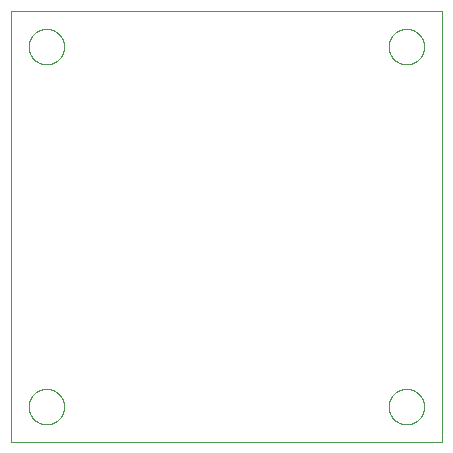
<source format=gbr>
G04 EAGLE Gerber RS-274X export*
G75*
%MOMM*%
%FSLAX34Y34*%
%LPD*%
%IN*%
%IPPOS*%
%AMOC8*
5,1,8,0,0,1.08239X$1,22.5*%
G01*
%ADD10C,0.025400*%
%ADD11C,0.000000*%


D10*
X0Y0D02*
X364800Y0D01*
X364800Y364800D01*
X0Y364800D01*
X0Y0D01*
D11*
X15000Y30000D02*
X15005Y30368D01*
X15018Y30736D01*
X15041Y31103D01*
X15072Y31470D01*
X15113Y31836D01*
X15162Y32201D01*
X15221Y32564D01*
X15288Y32926D01*
X15364Y33287D01*
X15450Y33645D01*
X15543Y34001D01*
X15646Y34354D01*
X15757Y34705D01*
X15877Y35053D01*
X16005Y35398D01*
X16142Y35740D01*
X16287Y36079D01*
X16440Y36413D01*
X16602Y36744D01*
X16771Y37071D01*
X16949Y37393D01*
X17134Y37712D01*
X17327Y38025D01*
X17528Y38334D01*
X17736Y38637D01*
X17952Y38935D01*
X18175Y39228D01*
X18405Y39516D01*
X18642Y39798D01*
X18886Y40073D01*
X19136Y40343D01*
X19393Y40607D01*
X19657Y40864D01*
X19927Y41114D01*
X20202Y41358D01*
X20484Y41595D01*
X20772Y41825D01*
X21065Y42048D01*
X21363Y42264D01*
X21666Y42472D01*
X21975Y42673D01*
X22288Y42866D01*
X22607Y43051D01*
X22929Y43229D01*
X23256Y43398D01*
X23587Y43560D01*
X23921Y43713D01*
X24260Y43858D01*
X24602Y43995D01*
X24947Y44123D01*
X25295Y44243D01*
X25646Y44354D01*
X25999Y44457D01*
X26355Y44550D01*
X26713Y44636D01*
X27074Y44712D01*
X27436Y44779D01*
X27799Y44838D01*
X28164Y44887D01*
X28530Y44928D01*
X28897Y44959D01*
X29264Y44982D01*
X29632Y44995D01*
X30000Y45000D01*
X30368Y44995D01*
X30736Y44982D01*
X31103Y44959D01*
X31470Y44928D01*
X31836Y44887D01*
X32201Y44838D01*
X32564Y44779D01*
X32926Y44712D01*
X33287Y44636D01*
X33645Y44550D01*
X34001Y44457D01*
X34354Y44354D01*
X34705Y44243D01*
X35053Y44123D01*
X35398Y43995D01*
X35740Y43858D01*
X36079Y43713D01*
X36413Y43560D01*
X36744Y43398D01*
X37071Y43229D01*
X37393Y43051D01*
X37712Y42866D01*
X38025Y42673D01*
X38334Y42472D01*
X38637Y42264D01*
X38935Y42048D01*
X39228Y41825D01*
X39516Y41595D01*
X39798Y41358D01*
X40073Y41114D01*
X40343Y40864D01*
X40607Y40607D01*
X40864Y40343D01*
X41114Y40073D01*
X41358Y39798D01*
X41595Y39516D01*
X41825Y39228D01*
X42048Y38935D01*
X42264Y38637D01*
X42472Y38334D01*
X42673Y38025D01*
X42866Y37712D01*
X43051Y37393D01*
X43229Y37071D01*
X43398Y36744D01*
X43560Y36413D01*
X43713Y36079D01*
X43858Y35740D01*
X43995Y35398D01*
X44123Y35053D01*
X44243Y34705D01*
X44354Y34354D01*
X44457Y34001D01*
X44550Y33645D01*
X44636Y33287D01*
X44712Y32926D01*
X44779Y32564D01*
X44838Y32201D01*
X44887Y31836D01*
X44928Y31470D01*
X44959Y31103D01*
X44982Y30736D01*
X44995Y30368D01*
X45000Y30000D01*
X44995Y29632D01*
X44982Y29264D01*
X44959Y28897D01*
X44928Y28530D01*
X44887Y28164D01*
X44838Y27799D01*
X44779Y27436D01*
X44712Y27074D01*
X44636Y26713D01*
X44550Y26355D01*
X44457Y25999D01*
X44354Y25646D01*
X44243Y25295D01*
X44123Y24947D01*
X43995Y24602D01*
X43858Y24260D01*
X43713Y23921D01*
X43560Y23587D01*
X43398Y23256D01*
X43229Y22929D01*
X43051Y22607D01*
X42866Y22288D01*
X42673Y21975D01*
X42472Y21666D01*
X42264Y21363D01*
X42048Y21065D01*
X41825Y20772D01*
X41595Y20484D01*
X41358Y20202D01*
X41114Y19927D01*
X40864Y19657D01*
X40607Y19393D01*
X40343Y19136D01*
X40073Y18886D01*
X39798Y18642D01*
X39516Y18405D01*
X39228Y18175D01*
X38935Y17952D01*
X38637Y17736D01*
X38334Y17528D01*
X38025Y17327D01*
X37712Y17134D01*
X37393Y16949D01*
X37071Y16771D01*
X36744Y16602D01*
X36413Y16440D01*
X36079Y16287D01*
X35740Y16142D01*
X35398Y16005D01*
X35053Y15877D01*
X34705Y15757D01*
X34354Y15646D01*
X34001Y15543D01*
X33645Y15450D01*
X33287Y15364D01*
X32926Y15288D01*
X32564Y15221D01*
X32201Y15162D01*
X31836Y15113D01*
X31470Y15072D01*
X31103Y15041D01*
X30736Y15018D01*
X30368Y15005D01*
X30000Y15000D01*
X29632Y15005D01*
X29264Y15018D01*
X28897Y15041D01*
X28530Y15072D01*
X28164Y15113D01*
X27799Y15162D01*
X27436Y15221D01*
X27074Y15288D01*
X26713Y15364D01*
X26355Y15450D01*
X25999Y15543D01*
X25646Y15646D01*
X25295Y15757D01*
X24947Y15877D01*
X24602Y16005D01*
X24260Y16142D01*
X23921Y16287D01*
X23587Y16440D01*
X23256Y16602D01*
X22929Y16771D01*
X22607Y16949D01*
X22288Y17134D01*
X21975Y17327D01*
X21666Y17528D01*
X21363Y17736D01*
X21065Y17952D01*
X20772Y18175D01*
X20484Y18405D01*
X20202Y18642D01*
X19927Y18886D01*
X19657Y19136D01*
X19393Y19393D01*
X19136Y19657D01*
X18886Y19927D01*
X18642Y20202D01*
X18405Y20484D01*
X18175Y20772D01*
X17952Y21065D01*
X17736Y21363D01*
X17528Y21666D01*
X17327Y21975D01*
X17134Y22288D01*
X16949Y22607D01*
X16771Y22929D01*
X16602Y23256D01*
X16440Y23587D01*
X16287Y23921D01*
X16142Y24260D01*
X16005Y24602D01*
X15877Y24947D01*
X15757Y25295D01*
X15646Y25646D01*
X15543Y25999D01*
X15450Y26355D01*
X15364Y26713D01*
X15288Y27074D01*
X15221Y27436D01*
X15162Y27799D01*
X15113Y28164D01*
X15072Y28530D01*
X15041Y28897D01*
X15018Y29264D01*
X15005Y29632D01*
X15000Y30000D01*
X319800Y30000D02*
X319805Y30368D01*
X319818Y30736D01*
X319841Y31103D01*
X319872Y31470D01*
X319913Y31836D01*
X319962Y32201D01*
X320021Y32564D01*
X320088Y32926D01*
X320164Y33287D01*
X320250Y33645D01*
X320343Y34001D01*
X320446Y34354D01*
X320557Y34705D01*
X320677Y35053D01*
X320805Y35398D01*
X320942Y35740D01*
X321087Y36079D01*
X321240Y36413D01*
X321402Y36744D01*
X321571Y37071D01*
X321749Y37393D01*
X321934Y37712D01*
X322127Y38025D01*
X322328Y38334D01*
X322536Y38637D01*
X322752Y38935D01*
X322975Y39228D01*
X323205Y39516D01*
X323442Y39798D01*
X323686Y40073D01*
X323936Y40343D01*
X324193Y40607D01*
X324457Y40864D01*
X324727Y41114D01*
X325002Y41358D01*
X325284Y41595D01*
X325572Y41825D01*
X325865Y42048D01*
X326163Y42264D01*
X326466Y42472D01*
X326775Y42673D01*
X327088Y42866D01*
X327407Y43051D01*
X327729Y43229D01*
X328056Y43398D01*
X328387Y43560D01*
X328721Y43713D01*
X329060Y43858D01*
X329402Y43995D01*
X329747Y44123D01*
X330095Y44243D01*
X330446Y44354D01*
X330799Y44457D01*
X331155Y44550D01*
X331513Y44636D01*
X331874Y44712D01*
X332236Y44779D01*
X332599Y44838D01*
X332964Y44887D01*
X333330Y44928D01*
X333697Y44959D01*
X334064Y44982D01*
X334432Y44995D01*
X334800Y45000D01*
X335168Y44995D01*
X335536Y44982D01*
X335903Y44959D01*
X336270Y44928D01*
X336636Y44887D01*
X337001Y44838D01*
X337364Y44779D01*
X337726Y44712D01*
X338087Y44636D01*
X338445Y44550D01*
X338801Y44457D01*
X339154Y44354D01*
X339505Y44243D01*
X339853Y44123D01*
X340198Y43995D01*
X340540Y43858D01*
X340879Y43713D01*
X341213Y43560D01*
X341544Y43398D01*
X341871Y43229D01*
X342193Y43051D01*
X342512Y42866D01*
X342825Y42673D01*
X343134Y42472D01*
X343437Y42264D01*
X343735Y42048D01*
X344028Y41825D01*
X344316Y41595D01*
X344598Y41358D01*
X344873Y41114D01*
X345143Y40864D01*
X345407Y40607D01*
X345664Y40343D01*
X345914Y40073D01*
X346158Y39798D01*
X346395Y39516D01*
X346625Y39228D01*
X346848Y38935D01*
X347064Y38637D01*
X347272Y38334D01*
X347473Y38025D01*
X347666Y37712D01*
X347851Y37393D01*
X348029Y37071D01*
X348198Y36744D01*
X348360Y36413D01*
X348513Y36079D01*
X348658Y35740D01*
X348795Y35398D01*
X348923Y35053D01*
X349043Y34705D01*
X349154Y34354D01*
X349257Y34001D01*
X349350Y33645D01*
X349436Y33287D01*
X349512Y32926D01*
X349579Y32564D01*
X349638Y32201D01*
X349687Y31836D01*
X349728Y31470D01*
X349759Y31103D01*
X349782Y30736D01*
X349795Y30368D01*
X349800Y30000D01*
X349795Y29632D01*
X349782Y29264D01*
X349759Y28897D01*
X349728Y28530D01*
X349687Y28164D01*
X349638Y27799D01*
X349579Y27436D01*
X349512Y27074D01*
X349436Y26713D01*
X349350Y26355D01*
X349257Y25999D01*
X349154Y25646D01*
X349043Y25295D01*
X348923Y24947D01*
X348795Y24602D01*
X348658Y24260D01*
X348513Y23921D01*
X348360Y23587D01*
X348198Y23256D01*
X348029Y22929D01*
X347851Y22607D01*
X347666Y22288D01*
X347473Y21975D01*
X347272Y21666D01*
X347064Y21363D01*
X346848Y21065D01*
X346625Y20772D01*
X346395Y20484D01*
X346158Y20202D01*
X345914Y19927D01*
X345664Y19657D01*
X345407Y19393D01*
X345143Y19136D01*
X344873Y18886D01*
X344598Y18642D01*
X344316Y18405D01*
X344028Y18175D01*
X343735Y17952D01*
X343437Y17736D01*
X343134Y17528D01*
X342825Y17327D01*
X342512Y17134D01*
X342193Y16949D01*
X341871Y16771D01*
X341544Y16602D01*
X341213Y16440D01*
X340879Y16287D01*
X340540Y16142D01*
X340198Y16005D01*
X339853Y15877D01*
X339505Y15757D01*
X339154Y15646D01*
X338801Y15543D01*
X338445Y15450D01*
X338087Y15364D01*
X337726Y15288D01*
X337364Y15221D01*
X337001Y15162D01*
X336636Y15113D01*
X336270Y15072D01*
X335903Y15041D01*
X335536Y15018D01*
X335168Y15005D01*
X334800Y15000D01*
X334432Y15005D01*
X334064Y15018D01*
X333697Y15041D01*
X333330Y15072D01*
X332964Y15113D01*
X332599Y15162D01*
X332236Y15221D01*
X331874Y15288D01*
X331513Y15364D01*
X331155Y15450D01*
X330799Y15543D01*
X330446Y15646D01*
X330095Y15757D01*
X329747Y15877D01*
X329402Y16005D01*
X329060Y16142D01*
X328721Y16287D01*
X328387Y16440D01*
X328056Y16602D01*
X327729Y16771D01*
X327407Y16949D01*
X327088Y17134D01*
X326775Y17327D01*
X326466Y17528D01*
X326163Y17736D01*
X325865Y17952D01*
X325572Y18175D01*
X325284Y18405D01*
X325002Y18642D01*
X324727Y18886D01*
X324457Y19136D01*
X324193Y19393D01*
X323936Y19657D01*
X323686Y19927D01*
X323442Y20202D01*
X323205Y20484D01*
X322975Y20772D01*
X322752Y21065D01*
X322536Y21363D01*
X322328Y21666D01*
X322127Y21975D01*
X321934Y22288D01*
X321749Y22607D01*
X321571Y22929D01*
X321402Y23256D01*
X321240Y23587D01*
X321087Y23921D01*
X320942Y24260D01*
X320805Y24602D01*
X320677Y24947D01*
X320557Y25295D01*
X320446Y25646D01*
X320343Y25999D01*
X320250Y26355D01*
X320164Y26713D01*
X320088Y27074D01*
X320021Y27436D01*
X319962Y27799D01*
X319913Y28164D01*
X319872Y28530D01*
X319841Y28897D01*
X319818Y29264D01*
X319805Y29632D01*
X319800Y30000D01*
X15000Y334800D02*
X15005Y335168D01*
X15018Y335536D01*
X15041Y335903D01*
X15072Y336270D01*
X15113Y336636D01*
X15162Y337001D01*
X15221Y337364D01*
X15288Y337726D01*
X15364Y338087D01*
X15450Y338445D01*
X15543Y338801D01*
X15646Y339154D01*
X15757Y339505D01*
X15877Y339853D01*
X16005Y340198D01*
X16142Y340540D01*
X16287Y340879D01*
X16440Y341213D01*
X16602Y341544D01*
X16771Y341871D01*
X16949Y342193D01*
X17134Y342512D01*
X17327Y342825D01*
X17528Y343134D01*
X17736Y343437D01*
X17952Y343735D01*
X18175Y344028D01*
X18405Y344316D01*
X18642Y344598D01*
X18886Y344873D01*
X19136Y345143D01*
X19393Y345407D01*
X19657Y345664D01*
X19927Y345914D01*
X20202Y346158D01*
X20484Y346395D01*
X20772Y346625D01*
X21065Y346848D01*
X21363Y347064D01*
X21666Y347272D01*
X21975Y347473D01*
X22288Y347666D01*
X22607Y347851D01*
X22929Y348029D01*
X23256Y348198D01*
X23587Y348360D01*
X23921Y348513D01*
X24260Y348658D01*
X24602Y348795D01*
X24947Y348923D01*
X25295Y349043D01*
X25646Y349154D01*
X25999Y349257D01*
X26355Y349350D01*
X26713Y349436D01*
X27074Y349512D01*
X27436Y349579D01*
X27799Y349638D01*
X28164Y349687D01*
X28530Y349728D01*
X28897Y349759D01*
X29264Y349782D01*
X29632Y349795D01*
X30000Y349800D01*
X30368Y349795D01*
X30736Y349782D01*
X31103Y349759D01*
X31470Y349728D01*
X31836Y349687D01*
X32201Y349638D01*
X32564Y349579D01*
X32926Y349512D01*
X33287Y349436D01*
X33645Y349350D01*
X34001Y349257D01*
X34354Y349154D01*
X34705Y349043D01*
X35053Y348923D01*
X35398Y348795D01*
X35740Y348658D01*
X36079Y348513D01*
X36413Y348360D01*
X36744Y348198D01*
X37071Y348029D01*
X37393Y347851D01*
X37712Y347666D01*
X38025Y347473D01*
X38334Y347272D01*
X38637Y347064D01*
X38935Y346848D01*
X39228Y346625D01*
X39516Y346395D01*
X39798Y346158D01*
X40073Y345914D01*
X40343Y345664D01*
X40607Y345407D01*
X40864Y345143D01*
X41114Y344873D01*
X41358Y344598D01*
X41595Y344316D01*
X41825Y344028D01*
X42048Y343735D01*
X42264Y343437D01*
X42472Y343134D01*
X42673Y342825D01*
X42866Y342512D01*
X43051Y342193D01*
X43229Y341871D01*
X43398Y341544D01*
X43560Y341213D01*
X43713Y340879D01*
X43858Y340540D01*
X43995Y340198D01*
X44123Y339853D01*
X44243Y339505D01*
X44354Y339154D01*
X44457Y338801D01*
X44550Y338445D01*
X44636Y338087D01*
X44712Y337726D01*
X44779Y337364D01*
X44838Y337001D01*
X44887Y336636D01*
X44928Y336270D01*
X44959Y335903D01*
X44982Y335536D01*
X44995Y335168D01*
X45000Y334800D01*
X44995Y334432D01*
X44982Y334064D01*
X44959Y333697D01*
X44928Y333330D01*
X44887Y332964D01*
X44838Y332599D01*
X44779Y332236D01*
X44712Y331874D01*
X44636Y331513D01*
X44550Y331155D01*
X44457Y330799D01*
X44354Y330446D01*
X44243Y330095D01*
X44123Y329747D01*
X43995Y329402D01*
X43858Y329060D01*
X43713Y328721D01*
X43560Y328387D01*
X43398Y328056D01*
X43229Y327729D01*
X43051Y327407D01*
X42866Y327088D01*
X42673Y326775D01*
X42472Y326466D01*
X42264Y326163D01*
X42048Y325865D01*
X41825Y325572D01*
X41595Y325284D01*
X41358Y325002D01*
X41114Y324727D01*
X40864Y324457D01*
X40607Y324193D01*
X40343Y323936D01*
X40073Y323686D01*
X39798Y323442D01*
X39516Y323205D01*
X39228Y322975D01*
X38935Y322752D01*
X38637Y322536D01*
X38334Y322328D01*
X38025Y322127D01*
X37712Y321934D01*
X37393Y321749D01*
X37071Y321571D01*
X36744Y321402D01*
X36413Y321240D01*
X36079Y321087D01*
X35740Y320942D01*
X35398Y320805D01*
X35053Y320677D01*
X34705Y320557D01*
X34354Y320446D01*
X34001Y320343D01*
X33645Y320250D01*
X33287Y320164D01*
X32926Y320088D01*
X32564Y320021D01*
X32201Y319962D01*
X31836Y319913D01*
X31470Y319872D01*
X31103Y319841D01*
X30736Y319818D01*
X30368Y319805D01*
X30000Y319800D01*
X29632Y319805D01*
X29264Y319818D01*
X28897Y319841D01*
X28530Y319872D01*
X28164Y319913D01*
X27799Y319962D01*
X27436Y320021D01*
X27074Y320088D01*
X26713Y320164D01*
X26355Y320250D01*
X25999Y320343D01*
X25646Y320446D01*
X25295Y320557D01*
X24947Y320677D01*
X24602Y320805D01*
X24260Y320942D01*
X23921Y321087D01*
X23587Y321240D01*
X23256Y321402D01*
X22929Y321571D01*
X22607Y321749D01*
X22288Y321934D01*
X21975Y322127D01*
X21666Y322328D01*
X21363Y322536D01*
X21065Y322752D01*
X20772Y322975D01*
X20484Y323205D01*
X20202Y323442D01*
X19927Y323686D01*
X19657Y323936D01*
X19393Y324193D01*
X19136Y324457D01*
X18886Y324727D01*
X18642Y325002D01*
X18405Y325284D01*
X18175Y325572D01*
X17952Y325865D01*
X17736Y326163D01*
X17528Y326466D01*
X17327Y326775D01*
X17134Y327088D01*
X16949Y327407D01*
X16771Y327729D01*
X16602Y328056D01*
X16440Y328387D01*
X16287Y328721D01*
X16142Y329060D01*
X16005Y329402D01*
X15877Y329747D01*
X15757Y330095D01*
X15646Y330446D01*
X15543Y330799D01*
X15450Y331155D01*
X15364Y331513D01*
X15288Y331874D01*
X15221Y332236D01*
X15162Y332599D01*
X15113Y332964D01*
X15072Y333330D01*
X15041Y333697D01*
X15018Y334064D01*
X15005Y334432D01*
X15000Y334800D01*
X319800Y334800D02*
X319805Y335168D01*
X319818Y335536D01*
X319841Y335903D01*
X319872Y336270D01*
X319913Y336636D01*
X319962Y337001D01*
X320021Y337364D01*
X320088Y337726D01*
X320164Y338087D01*
X320250Y338445D01*
X320343Y338801D01*
X320446Y339154D01*
X320557Y339505D01*
X320677Y339853D01*
X320805Y340198D01*
X320942Y340540D01*
X321087Y340879D01*
X321240Y341213D01*
X321402Y341544D01*
X321571Y341871D01*
X321749Y342193D01*
X321934Y342512D01*
X322127Y342825D01*
X322328Y343134D01*
X322536Y343437D01*
X322752Y343735D01*
X322975Y344028D01*
X323205Y344316D01*
X323442Y344598D01*
X323686Y344873D01*
X323936Y345143D01*
X324193Y345407D01*
X324457Y345664D01*
X324727Y345914D01*
X325002Y346158D01*
X325284Y346395D01*
X325572Y346625D01*
X325865Y346848D01*
X326163Y347064D01*
X326466Y347272D01*
X326775Y347473D01*
X327088Y347666D01*
X327407Y347851D01*
X327729Y348029D01*
X328056Y348198D01*
X328387Y348360D01*
X328721Y348513D01*
X329060Y348658D01*
X329402Y348795D01*
X329747Y348923D01*
X330095Y349043D01*
X330446Y349154D01*
X330799Y349257D01*
X331155Y349350D01*
X331513Y349436D01*
X331874Y349512D01*
X332236Y349579D01*
X332599Y349638D01*
X332964Y349687D01*
X333330Y349728D01*
X333697Y349759D01*
X334064Y349782D01*
X334432Y349795D01*
X334800Y349800D01*
X335168Y349795D01*
X335536Y349782D01*
X335903Y349759D01*
X336270Y349728D01*
X336636Y349687D01*
X337001Y349638D01*
X337364Y349579D01*
X337726Y349512D01*
X338087Y349436D01*
X338445Y349350D01*
X338801Y349257D01*
X339154Y349154D01*
X339505Y349043D01*
X339853Y348923D01*
X340198Y348795D01*
X340540Y348658D01*
X340879Y348513D01*
X341213Y348360D01*
X341544Y348198D01*
X341871Y348029D01*
X342193Y347851D01*
X342512Y347666D01*
X342825Y347473D01*
X343134Y347272D01*
X343437Y347064D01*
X343735Y346848D01*
X344028Y346625D01*
X344316Y346395D01*
X344598Y346158D01*
X344873Y345914D01*
X345143Y345664D01*
X345407Y345407D01*
X345664Y345143D01*
X345914Y344873D01*
X346158Y344598D01*
X346395Y344316D01*
X346625Y344028D01*
X346848Y343735D01*
X347064Y343437D01*
X347272Y343134D01*
X347473Y342825D01*
X347666Y342512D01*
X347851Y342193D01*
X348029Y341871D01*
X348198Y341544D01*
X348360Y341213D01*
X348513Y340879D01*
X348658Y340540D01*
X348795Y340198D01*
X348923Y339853D01*
X349043Y339505D01*
X349154Y339154D01*
X349257Y338801D01*
X349350Y338445D01*
X349436Y338087D01*
X349512Y337726D01*
X349579Y337364D01*
X349638Y337001D01*
X349687Y336636D01*
X349728Y336270D01*
X349759Y335903D01*
X349782Y335536D01*
X349795Y335168D01*
X349800Y334800D01*
X349795Y334432D01*
X349782Y334064D01*
X349759Y333697D01*
X349728Y333330D01*
X349687Y332964D01*
X349638Y332599D01*
X349579Y332236D01*
X349512Y331874D01*
X349436Y331513D01*
X349350Y331155D01*
X349257Y330799D01*
X349154Y330446D01*
X349043Y330095D01*
X348923Y329747D01*
X348795Y329402D01*
X348658Y329060D01*
X348513Y328721D01*
X348360Y328387D01*
X348198Y328056D01*
X348029Y327729D01*
X347851Y327407D01*
X347666Y327088D01*
X347473Y326775D01*
X347272Y326466D01*
X347064Y326163D01*
X346848Y325865D01*
X346625Y325572D01*
X346395Y325284D01*
X346158Y325002D01*
X345914Y324727D01*
X345664Y324457D01*
X345407Y324193D01*
X345143Y323936D01*
X344873Y323686D01*
X344598Y323442D01*
X344316Y323205D01*
X344028Y322975D01*
X343735Y322752D01*
X343437Y322536D01*
X343134Y322328D01*
X342825Y322127D01*
X342512Y321934D01*
X342193Y321749D01*
X341871Y321571D01*
X341544Y321402D01*
X341213Y321240D01*
X340879Y321087D01*
X340540Y320942D01*
X340198Y320805D01*
X339853Y320677D01*
X339505Y320557D01*
X339154Y320446D01*
X338801Y320343D01*
X338445Y320250D01*
X338087Y320164D01*
X337726Y320088D01*
X337364Y320021D01*
X337001Y319962D01*
X336636Y319913D01*
X336270Y319872D01*
X335903Y319841D01*
X335536Y319818D01*
X335168Y319805D01*
X334800Y319800D01*
X334432Y319805D01*
X334064Y319818D01*
X333697Y319841D01*
X333330Y319872D01*
X332964Y319913D01*
X332599Y319962D01*
X332236Y320021D01*
X331874Y320088D01*
X331513Y320164D01*
X331155Y320250D01*
X330799Y320343D01*
X330446Y320446D01*
X330095Y320557D01*
X329747Y320677D01*
X329402Y320805D01*
X329060Y320942D01*
X328721Y321087D01*
X328387Y321240D01*
X328056Y321402D01*
X327729Y321571D01*
X327407Y321749D01*
X327088Y321934D01*
X326775Y322127D01*
X326466Y322328D01*
X326163Y322536D01*
X325865Y322752D01*
X325572Y322975D01*
X325284Y323205D01*
X325002Y323442D01*
X324727Y323686D01*
X324457Y323936D01*
X324193Y324193D01*
X323936Y324457D01*
X323686Y324727D01*
X323442Y325002D01*
X323205Y325284D01*
X322975Y325572D01*
X322752Y325865D01*
X322536Y326163D01*
X322328Y326466D01*
X322127Y326775D01*
X321934Y327088D01*
X321749Y327407D01*
X321571Y327729D01*
X321402Y328056D01*
X321240Y328387D01*
X321087Y328721D01*
X320942Y329060D01*
X320805Y329402D01*
X320677Y329747D01*
X320557Y330095D01*
X320446Y330446D01*
X320343Y330799D01*
X320250Y331155D01*
X320164Y331513D01*
X320088Y331874D01*
X320021Y332236D01*
X319962Y332599D01*
X319913Y332964D01*
X319872Y333330D01*
X319841Y333697D01*
X319818Y334064D01*
X319805Y334432D01*
X319800Y334800D01*
M02*

</source>
